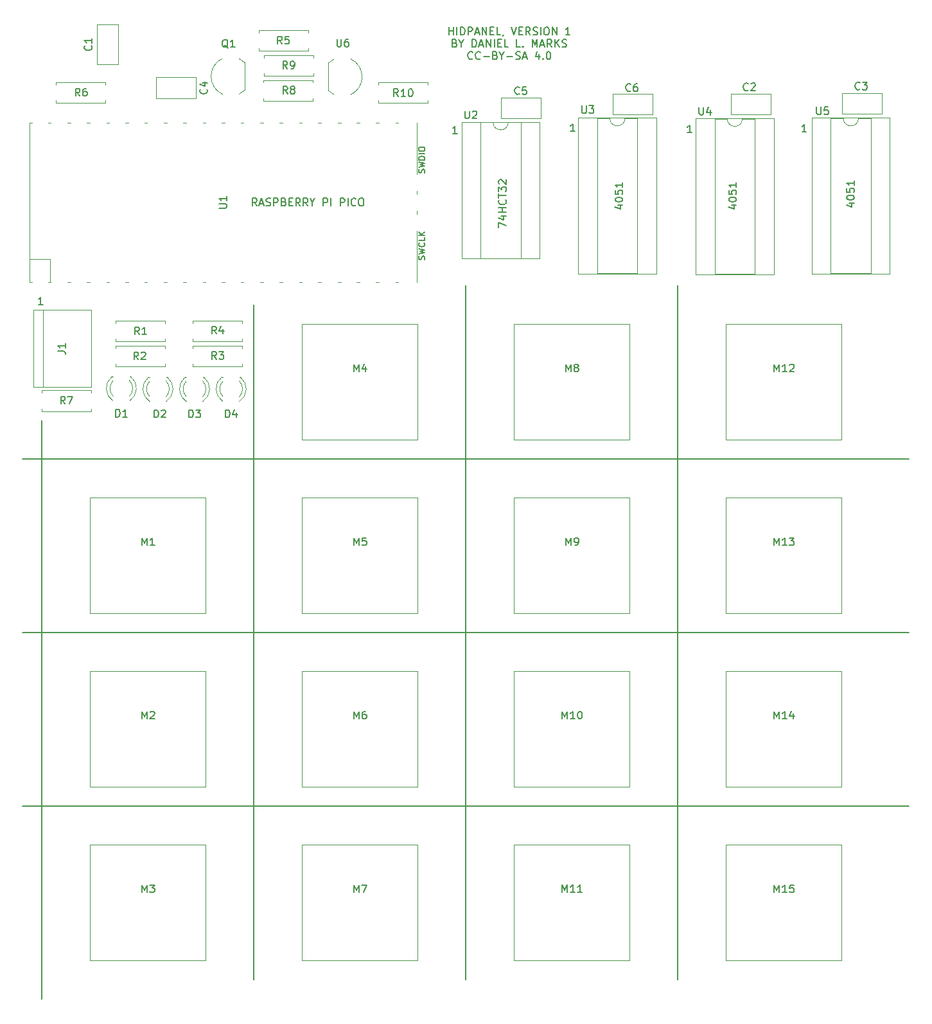
<source format=gbr>
%TF.GenerationSoftware,KiCad,Pcbnew,(6.0.11)*%
%TF.CreationDate,2023-03-10T23:38:31-06:00*%
%TF.ProjectId,HIDPanel,48494450-616e-4656-9c2e-6b696361645f,rev?*%
%TF.SameCoordinates,Original*%
%TF.FileFunction,Legend,Top*%
%TF.FilePolarity,Positive*%
%FSLAX46Y46*%
G04 Gerber Fmt 4.6, Leading zero omitted, Abs format (unit mm)*
G04 Created by KiCad (PCBNEW (6.0.11)) date 2023-03-10 23:38:31*
%MOMM*%
%LPD*%
G01*
G04 APERTURE LIST*
%ADD10C,0.150000*%
%ADD11C,0.120000*%
G04 APERTURE END LIST*
D10*
X203200000Y-121920000D02*
X86360000Y-121920000D01*
X203200000Y-76200000D02*
X86360000Y-76200000D01*
X88900000Y-147340000D02*
X88900000Y-71120000D01*
X116840000Y-144780000D02*
X116840000Y-55880000D01*
X203200000Y-99060000D02*
X86360000Y-99060000D01*
X144780000Y-144780000D02*
X144780000Y-53340000D01*
X172720000Y-144780000D02*
X172720000Y-53340000D01*
X117213904Y-42870380D02*
X116880571Y-42394190D01*
X116642476Y-42870380D02*
X116642476Y-41870380D01*
X117023428Y-41870380D01*
X117118666Y-41918000D01*
X117166285Y-41965619D01*
X117213904Y-42060857D01*
X117213904Y-42203714D01*
X117166285Y-42298952D01*
X117118666Y-42346571D01*
X117023428Y-42394190D01*
X116642476Y-42394190D01*
X117594857Y-42584666D02*
X118071047Y-42584666D01*
X117499619Y-42870380D02*
X117832952Y-41870380D01*
X118166285Y-42870380D01*
X118452000Y-42822761D02*
X118594857Y-42870380D01*
X118832952Y-42870380D01*
X118928190Y-42822761D01*
X118975809Y-42775142D01*
X119023428Y-42679904D01*
X119023428Y-42584666D01*
X118975809Y-42489428D01*
X118928190Y-42441809D01*
X118832952Y-42394190D01*
X118642476Y-42346571D01*
X118547238Y-42298952D01*
X118499619Y-42251333D01*
X118452000Y-42156095D01*
X118452000Y-42060857D01*
X118499619Y-41965619D01*
X118547238Y-41918000D01*
X118642476Y-41870380D01*
X118880571Y-41870380D01*
X119023428Y-41918000D01*
X119452000Y-42870380D02*
X119452000Y-41870380D01*
X119832952Y-41870380D01*
X119928190Y-41918000D01*
X119975809Y-41965619D01*
X120023428Y-42060857D01*
X120023428Y-42203714D01*
X119975809Y-42298952D01*
X119928190Y-42346571D01*
X119832952Y-42394190D01*
X119452000Y-42394190D01*
X120785333Y-42346571D02*
X120928190Y-42394190D01*
X120975809Y-42441809D01*
X121023428Y-42537047D01*
X121023428Y-42679904D01*
X120975809Y-42775142D01*
X120928190Y-42822761D01*
X120832952Y-42870380D01*
X120452000Y-42870380D01*
X120452000Y-41870380D01*
X120785333Y-41870380D01*
X120880571Y-41918000D01*
X120928190Y-41965619D01*
X120975809Y-42060857D01*
X120975809Y-42156095D01*
X120928190Y-42251333D01*
X120880571Y-42298952D01*
X120785333Y-42346571D01*
X120452000Y-42346571D01*
X121452000Y-42346571D02*
X121785333Y-42346571D01*
X121928190Y-42870380D02*
X121452000Y-42870380D01*
X121452000Y-41870380D01*
X121928190Y-41870380D01*
X122928190Y-42870380D02*
X122594857Y-42394190D01*
X122356761Y-42870380D02*
X122356761Y-41870380D01*
X122737714Y-41870380D01*
X122832952Y-41918000D01*
X122880571Y-41965619D01*
X122928190Y-42060857D01*
X122928190Y-42203714D01*
X122880571Y-42298952D01*
X122832952Y-42346571D01*
X122737714Y-42394190D01*
X122356761Y-42394190D01*
X123928190Y-42870380D02*
X123594857Y-42394190D01*
X123356761Y-42870380D02*
X123356761Y-41870380D01*
X123737714Y-41870380D01*
X123832952Y-41918000D01*
X123880571Y-41965619D01*
X123928190Y-42060857D01*
X123928190Y-42203714D01*
X123880571Y-42298952D01*
X123832952Y-42346571D01*
X123737714Y-42394190D01*
X123356761Y-42394190D01*
X124547238Y-42394190D02*
X124547238Y-42870380D01*
X124213904Y-41870380D02*
X124547238Y-42394190D01*
X124880571Y-41870380D01*
X125975809Y-42870380D02*
X125975809Y-41870380D01*
X126356761Y-41870380D01*
X126452000Y-41918000D01*
X126499619Y-41965619D01*
X126547238Y-42060857D01*
X126547238Y-42203714D01*
X126499619Y-42298952D01*
X126452000Y-42346571D01*
X126356761Y-42394190D01*
X125975809Y-42394190D01*
X126975809Y-42870380D02*
X126975809Y-41870380D01*
X128213904Y-42870380D02*
X128213904Y-41870380D01*
X128594857Y-41870380D01*
X128690095Y-41918000D01*
X128737714Y-41965619D01*
X128785333Y-42060857D01*
X128785333Y-42203714D01*
X128737714Y-42298952D01*
X128690095Y-42346571D01*
X128594857Y-42394190D01*
X128213904Y-42394190D01*
X129213904Y-42870380D02*
X129213904Y-41870380D01*
X130261523Y-42775142D02*
X130213904Y-42822761D01*
X130071047Y-42870380D01*
X129975809Y-42870380D01*
X129832952Y-42822761D01*
X129737714Y-42727523D01*
X129690095Y-42632285D01*
X129642476Y-42441809D01*
X129642476Y-42298952D01*
X129690095Y-42108476D01*
X129737714Y-42013238D01*
X129832952Y-41918000D01*
X129975809Y-41870380D01*
X130071047Y-41870380D01*
X130213904Y-41918000D01*
X130261523Y-41965619D01*
X130880571Y-41870380D02*
X131071047Y-41870380D01*
X131166285Y-41918000D01*
X131261523Y-42013238D01*
X131309142Y-42203714D01*
X131309142Y-42537047D01*
X131261523Y-42727523D01*
X131166285Y-42822761D01*
X131071047Y-42870380D01*
X130880571Y-42870380D01*
X130785333Y-42822761D01*
X130690095Y-42727523D01*
X130642476Y-42537047D01*
X130642476Y-42203714D01*
X130690095Y-42013238D01*
X130785333Y-41918000D01*
X130880571Y-41870380D01*
X142537619Y-20342380D02*
X142537619Y-19342380D01*
X142537619Y-19818571D02*
X143109047Y-19818571D01*
X143109047Y-20342380D02*
X143109047Y-19342380D01*
X143585238Y-20342380D02*
X143585238Y-19342380D01*
X144061428Y-20342380D02*
X144061428Y-19342380D01*
X144299523Y-19342380D01*
X144442380Y-19390000D01*
X144537619Y-19485238D01*
X144585238Y-19580476D01*
X144632857Y-19770952D01*
X144632857Y-19913809D01*
X144585238Y-20104285D01*
X144537619Y-20199523D01*
X144442380Y-20294761D01*
X144299523Y-20342380D01*
X144061428Y-20342380D01*
X145061428Y-20342380D02*
X145061428Y-19342380D01*
X145442380Y-19342380D01*
X145537619Y-19390000D01*
X145585238Y-19437619D01*
X145632857Y-19532857D01*
X145632857Y-19675714D01*
X145585238Y-19770952D01*
X145537619Y-19818571D01*
X145442380Y-19866190D01*
X145061428Y-19866190D01*
X146013809Y-20056666D02*
X146490000Y-20056666D01*
X145918571Y-20342380D02*
X146251904Y-19342380D01*
X146585238Y-20342380D01*
X146918571Y-20342380D02*
X146918571Y-19342380D01*
X147490000Y-20342380D01*
X147490000Y-19342380D01*
X147966190Y-19818571D02*
X148299523Y-19818571D01*
X148442380Y-20342380D02*
X147966190Y-20342380D01*
X147966190Y-19342380D01*
X148442380Y-19342380D01*
X149347142Y-20342380D02*
X148870952Y-20342380D01*
X148870952Y-19342380D01*
X149728095Y-20294761D02*
X149728095Y-20342380D01*
X149680476Y-20437619D01*
X149632857Y-20485238D01*
X150775714Y-19342380D02*
X151109047Y-20342380D01*
X151442380Y-19342380D01*
X151775714Y-19818571D02*
X152109047Y-19818571D01*
X152251904Y-20342380D02*
X151775714Y-20342380D01*
X151775714Y-19342380D01*
X152251904Y-19342380D01*
X153251904Y-20342380D02*
X152918571Y-19866190D01*
X152680476Y-20342380D02*
X152680476Y-19342380D01*
X153061428Y-19342380D01*
X153156666Y-19390000D01*
X153204285Y-19437619D01*
X153251904Y-19532857D01*
X153251904Y-19675714D01*
X153204285Y-19770952D01*
X153156666Y-19818571D01*
X153061428Y-19866190D01*
X152680476Y-19866190D01*
X153632857Y-20294761D02*
X153775714Y-20342380D01*
X154013809Y-20342380D01*
X154109047Y-20294761D01*
X154156666Y-20247142D01*
X154204285Y-20151904D01*
X154204285Y-20056666D01*
X154156666Y-19961428D01*
X154109047Y-19913809D01*
X154013809Y-19866190D01*
X153823333Y-19818571D01*
X153728095Y-19770952D01*
X153680476Y-19723333D01*
X153632857Y-19628095D01*
X153632857Y-19532857D01*
X153680476Y-19437619D01*
X153728095Y-19390000D01*
X153823333Y-19342380D01*
X154061428Y-19342380D01*
X154204285Y-19390000D01*
X154632857Y-20342380D02*
X154632857Y-19342380D01*
X155299523Y-19342380D02*
X155490000Y-19342380D01*
X155585238Y-19390000D01*
X155680476Y-19485238D01*
X155728095Y-19675714D01*
X155728095Y-20009047D01*
X155680476Y-20199523D01*
X155585238Y-20294761D01*
X155490000Y-20342380D01*
X155299523Y-20342380D01*
X155204285Y-20294761D01*
X155109047Y-20199523D01*
X155061428Y-20009047D01*
X155061428Y-19675714D01*
X155109047Y-19485238D01*
X155204285Y-19390000D01*
X155299523Y-19342380D01*
X156156666Y-20342380D02*
X156156666Y-19342380D01*
X156728095Y-20342380D01*
X156728095Y-19342380D01*
X158490000Y-20342380D02*
X157918571Y-20342380D01*
X158204285Y-20342380D02*
X158204285Y-19342380D01*
X158109047Y-19485238D01*
X158013809Y-19580476D01*
X157918571Y-19628095D01*
X143323333Y-21428571D02*
X143466190Y-21476190D01*
X143513809Y-21523809D01*
X143561428Y-21619047D01*
X143561428Y-21761904D01*
X143513809Y-21857142D01*
X143466190Y-21904761D01*
X143370952Y-21952380D01*
X142990000Y-21952380D01*
X142990000Y-20952380D01*
X143323333Y-20952380D01*
X143418571Y-21000000D01*
X143466190Y-21047619D01*
X143513809Y-21142857D01*
X143513809Y-21238095D01*
X143466190Y-21333333D01*
X143418571Y-21380952D01*
X143323333Y-21428571D01*
X142990000Y-21428571D01*
X144180476Y-21476190D02*
X144180476Y-21952380D01*
X143847142Y-20952380D02*
X144180476Y-21476190D01*
X144513809Y-20952380D01*
X145609047Y-21952380D02*
X145609047Y-20952380D01*
X145847142Y-20952380D01*
X145990000Y-21000000D01*
X146085238Y-21095238D01*
X146132857Y-21190476D01*
X146180476Y-21380952D01*
X146180476Y-21523809D01*
X146132857Y-21714285D01*
X146085238Y-21809523D01*
X145990000Y-21904761D01*
X145847142Y-21952380D01*
X145609047Y-21952380D01*
X146561428Y-21666666D02*
X147037619Y-21666666D01*
X146466190Y-21952380D02*
X146799523Y-20952380D01*
X147132857Y-21952380D01*
X147466190Y-21952380D02*
X147466190Y-20952380D01*
X148037619Y-21952380D01*
X148037619Y-20952380D01*
X148513809Y-21952380D02*
X148513809Y-20952380D01*
X148990000Y-21428571D02*
X149323333Y-21428571D01*
X149466190Y-21952380D02*
X148990000Y-21952380D01*
X148990000Y-20952380D01*
X149466190Y-20952380D01*
X150370952Y-21952380D02*
X149894761Y-21952380D01*
X149894761Y-20952380D01*
X151942380Y-21952380D02*
X151466190Y-21952380D01*
X151466190Y-20952380D01*
X152275714Y-21857142D02*
X152323333Y-21904761D01*
X152275714Y-21952380D01*
X152228095Y-21904761D01*
X152275714Y-21857142D01*
X152275714Y-21952380D01*
X153513809Y-21952380D02*
X153513809Y-20952380D01*
X153847142Y-21666666D01*
X154180476Y-20952380D01*
X154180476Y-21952380D01*
X154609047Y-21666666D02*
X155085238Y-21666666D01*
X154513809Y-21952380D02*
X154847142Y-20952380D01*
X155180476Y-21952380D01*
X156085238Y-21952380D02*
X155751904Y-21476190D01*
X155513809Y-21952380D02*
X155513809Y-20952380D01*
X155894761Y-20952380D01*
X155990000Y-21000000D01*
X156037619Y-21047619D01*
X156085238Y-21142857D01*
X156085238Y-21285714D01*
X156037619Y-21380952D01*
X155990000Y-21428571D01*
X155894761Y-21476190D01*
X155513809Y-21476190D01*
X156513809Y-21952380D02*
X156513809Y-20952380D01*
X157085238Y-21952380D02*
X156656666Y-21380952D01*
X157085238Y-20952380D02*
X156513809Y-21523809D01*
X157466190Y-21904761D02*
X157609047Y-21952380D01*
X157847142Y-21952380D01*
X157942380Y-21904761D01*
X157990000Y-21857142D01*
X158037619Y-21761904D01*
X158037619Y-21666666D01*
X157990000Y-21571428D01*
X157942380Y-21523809D01*
X157847142Y-21476190D01*
X157656666Y-21428571D01*
X157561428Y-21380952D01*
X157513809Y-21333333D01*
X157466190Y-21238095D01*
X157466190Y-21142857D01*
X157513809Y-21047619D01*
X157561428Y-21000000D01*
X157656666Y-20952380D01*
X157894761Y-20952380D01*
X158037619Y-21000000D01*
X145656666Y-23467142D02*
X145609047Y-23514761D01*
X145466190Y-23562380D01*
X145370952Y-23562380D01*
X145228095Y-23514761D01*
X145132857Y-23419523D01*
X145085238Y-23324285D01*
X145037619Y-23133809D01*
X145037619Y-22990952D01*
X145085238Y-22800476D01*
X145132857Y-22705238D01*
X145228095Y-22610000D01*
X145370952Y-22562380D01*
X145466190Y-22562380D01*
X145609047Y-22610000D01*
X145656666Y-22657619D01*
X146656666Y-23467142D02*
X146609047Y-23514761D01*
X146466190Y-23562380D01*
X146370952Y-23562380D01*
X146228095Y-23514761D01*
X146132857Y-23419523D01*
X146085238Y-23324285D01*
X146037619Y-23133809D01*
X146037619Y-22990952D01*
X146085238Y-22800476D01*
X146132857Y-22705238D01*
X146228095Y-22610000D01*
X146370952Y-22562380D01*
X146466190Y-22562380D01*
X146609047Y-22610000D01*
X146656666Y-22657619D01*
X147085238Y-23181428D02*
X147847142Y-23181428D01*
X148656666Y-23038571D02*
X148799523Y-23086190D01*
X148847142Y-23133809D01*
X148894761Y-23229047D01*
X148894761Y-23371904D01*
X148847142Y-23467142D01*
X148799523Y-23514761D01*
X148704285Y-23562380D01*
X148323333Y-23562380D01*
X148323333Y-22562380D01*
X148656666Y-22562380D01*
X148751904Y-22610000D01*
X148799523Y-22657619D01*
X148847142Y-22752857D01*
X148847142Y-22848095D01*
X148799523Y-22943333D01*
X148751904Y-22990952D01*
X148656666Y-23038571D01*
X148323333Y-23038571D01*
X149513809Y-23086190D02*
X149513809Y-23562380D01*
X149180476Y-22562380D02*
X149513809Y-23086190D01*
X149847142Y-22562380D01*
X150180476Y-23181428D02*
X150942380Y-23181428D01*
X151370952Y-23514761D02*
X151513809Y-23562380D01*
X151751904Y-23562380D01*
X151847142Y-23514761D01*
X151894761Y-23467142D01*
X151942380Y-23371904D01*
X151942380Y-23276666D01*
X151894761Y-23181428D01*
X151847142Y-23133809D01*
X151751904Y-23086190D01*
X151561428Y-23038571D01*
X151466190Y-22990952D01*
X151418571Y-22943333D01*
X151370952Y-22848095D01*
X151370952Y-22752857D01*
X151418571Y-22657619D01*
X151466190Y-22610000D01*
X151561428Y-22562380D01*
X151799523Y-22562380D01*
X151942380Y-22610000D01*
X152323333Y-23276666D02*
X152799523Y-23276666D01*
X152228095Y-23562380D02*
X152561428Y-22562380D01*
X152894761Y-23562380D01*
X154418571Y-22895714D02*
X154418571Y-23562380D01*
X154180476Y-22514761D02*
X153942380Y-23229047D01*
X154561428Y-23229047D01*
X154942380Y-23467142D02*
X154990000Y-23514761D01*
X154942380Y-23562380D01*
X154894761Y-23514761D01*
X154942380Y-23467142D01*
X154942380Y-23562380D01*
X155609047Y-22562380D02*
X155704285Y-22562380D01*
X155799523Y-22610000D01*
X155847142Y-22657619D01*
X155894761Y-22752857D01*
X155942380Y-22943333D01*
X155942380Y-23181428D01*
X155894761Y-23371904D01*
X155847142Y-23467142D01*
X155799523Y-23514761D01*
X155704285Y-23562380D01*
X155609047Y-23562380D01*
X155513809Y-23514761D01*
X155466190Y-23467142D01*
X155418571Y-23371904D01*
X155370952Y-23181428D01*
X155370952Y-22943333D01*
X155418571Y-22752857D01*
X155466190Y-22657619D01*
X155513809Y-22610000D01*
X155609047Y-22562380D01*
X179761714Y-42787095D02*
X180428380Y-42787095D01*
X179380761Y-43025190D02*
X180095047Y-43263285D01*
X180095047Y-42644238D01*
X179428380Y-42072809D02*
X179428380Y-41977571D01*
X179476000Y-41882333D01*
X179523619Y-41834714D01*
X179618857Y-41787095D01*
X179809333Y-41739476D01*
X180047428Y-41739476D01*
X180237904Y-41787095D01*
X180333142Y-41834714D01*
X180380761Y-41882333D01*
X180428380Y-41977571D01*
X180428380Y-42072809D01*
X180380761Y-42168047D01*
X180333142Y-42215666D01*
X180237904Y-42263285D01*
X180047428Y-42310904D01*
X179809333Y-42310904D01*
X179618857Y-42263285D01*
X179523619Y-42215666D01*
X179476000Y-42168047D01*
X179428380Y-42072809D01*
X179428380Y-40834714D02*
X179428380Y-41310904D01*
X179904571Y-41358523D01*
X179856952Y-41310904D01*
X179809333Y-41215666D01*
X179809333Y-40977571D01*
X179856952Y-40882333D01*
X179904571Y-40834714D01*
X179999809Y-40787095D01*
X180237904Y-40787095D01*
X180333142Y-40834714D01*
X180380761Y-40882333D01*
X180428380Y-40977571D01*
X180428380Y-41215666D01*
X180380761Y-41310904D01*
X180333142Y-41358523D01*
X180428380Y-39834714D02*
X180428380Y-40406142D01*
X180428380Y-40120428D02*
X179428380Y-40120428D01*
X179571238Y-40215666D01*
X179666476Y-40310904D01*
X179714095Y-40406142D01*
X143625714Y-33352380D02*
X143054285Y-33352380D01*
X143340000Y-33352380D02*
X143340000Y-32352380D01*
X143244761Y-32495238D01*
X143149523Y-32590476D01*
X143054285Y-32638095D01*
X149092380Y-45696666D02*
X149092380Y-45030000D01*
X150092380Y-45458571D01*
X149425714Y-44220476D02*
X150092380Y-44220476D01*
X149044761Y-44458571D02*
X149759047Y-44696666D01*
X149759047Y-44077619D01*
X150092380Y-43696666D02*
X149092380Y-43696666D01*
X149568571Y-43696666D02*
X149568571Y-43125238D01*
X150092380Y-43125238D02*
X149092380Y-43125238D01*
X149997142Y-42077619D02*
X150044761Y-42125238D01*
X150092380Y-42268095D01*
X150092380Y-42363333D01*
X150044761Y-42506190D01*
X149949523Y-42601428D01*
X149854285Y-42649047D01*
X149663809Y-42696666D01*
X149520952Y-42696666D01*
X149330476Y-42649047D01*
X149235238Y-42601428D01*
X149140000Y-42506190D01*
X149092380Y-42363333D01*
X149092380Y-42268095D01*
X149140000Y-42125238D01*
X149187619Y-42077619D01*
X149092380Y-41791904D02*
X149092380Y-41220476D01*
X150092380Y-41506190D02*
X149092380Y-41506190D01*
X149092380Y-40982380D02*
X149092380Y-40363333D01*
X149473333Y-40696666D01*
X149473333Y-40553809D01*
X149520952Y-40458571D01*
X149568571Y-40410952D01*
X149663809Y-40363333D01*
X149901904Y-40363333D01*
X149997142Y-40410952D01*
X150044761Y-40458571D01*
X150092380Y-40553809D01*
X150092380Y-40839523D01*
X150044761Y-40934761D01*
X149997142Y-40982380D01*
X149187619Y-39982380D02*
X149140000Y-39934761D01*
X149092380Y-39839523D01*
X149092380Y-39601428D01*
X149140000Y-39506190D01*
X149187619Y-39458571D01*
X149282857Y-39410952D01*
X149378095Y-39410952D01*
X149520952Y-39458571D01*
X150092380Y-40030000D01*
X150092380Y-39410952D01*
X88995714Y-55872380D02*
X88424285Y-55872380D01*
X88710000Y-55872380D02*
X88710000Y-54872380D01*
X88614761Y-55015238D01*
X88519523Y-55110476D01*
X88424285Y-55158095D01*
X159135714Y-33062380D02*
X158564285Y-33062380D01*
X158850000Y-33062380D02*
X158850000Y-32062380D01*
X158754761Y-32205238D01*
X158659523Y-32300476D01*
X158564285Y-32348095D01*
X195295714Y-42533095D02*
X195962380Y-42533095D01*
X194914761Y-42771190D02*
X195629047Y-43009285D01*
X195629047Y-42390238D01*
X194962380Y-41818809D02*
X194962380Y-41723571D01*
X195010000Y-41628333D01*
X195057619Y-41580714D01*
X195152857Y-41533095D01*
X195343333Y-41485476D01*
X195581428Y-41485476D01*
X195771904Y-41533095D01*
X195867142Y-41580714D01*
X195914761Y-41628333D01*
X195962380Y-41723571D01*
X195962380Y-41818809D01*
X195914761Y-41914047D01*
X195867142Y-41961666D01*
X195771904Y-42009285D01*
X195581428Y-42056904D01*
X195343333Y-42056904D01*
X195152857Y-42009285D01*
X195057619Y-41961666D01*
X195010000Y-41914047D01*
X194962380Y-41818809D01*
X194962380Y-40580714D02*
X194962380Y-41056904D01*
X195438571Y-41104523D01*
X195390952Y-41056904D01*
X195343333Y-40961666D01*
X195343333Y-40723571D01*
X195390952Y-40628333D01*
X195438571Y-40580714D01*
X195533809Y-40533095D01*
X195771904Y-40533095D01*
X195867142Y-40580714D01*
X195914761Y-40628333D01*
X195962380Y-40723571D01*
X195962380Y-40961666D01*
X195914761Y-41056904D01*
X195867142Y-41104523D01*
X195962380Y-39580714D02*
X195962380Y-40152142D01*
X195962380Y-39866428D02*
X194962380Y-39866428D01*
X195105238Y-39961666D01*
X195200476Y-40056904D01*
X195248095Y-40152142D01*
X174535714Y-33222380D02*
X173964285Y-33222380D01*
X174250000Y-33222380D02*
X174250000Y-32222380D01*
X174154761Y-32365238D01*
X174059523Y-32460476D01*
X173964285Y-32508095D01*
X189645714Y-33122380D02*
X189074285Y-33122380D01*
X189360000Y-33122380D02*
X189360000Y-32122380D01*
X189264761Y-32265238D01*
X189169523Y-32360476D01*
X189074285Y-32408095D01*
X164775714Y-42793095D02*
X165442380Y-42793095D01*
X164394761Y-43031190D02*
X165109047Y-43269285D01*
X165109047Y-42650238D01*
X164442380Y-42078809D02*
X164442380Y-41983571D01*
X164490000Y-41888333D01*
X164537619Y-41840714D01*
X164632857Y-41793095D01*
X164823333Y-41745476D01*
X165061428Y-41745476D01*
X165251904Y-41793095D01*
X165347142Y-41840714D01*
X165394761Y-41888333D01*
X165442380Y-41983571D01*
X165442380Y-42078809D01*
X165394761Y-42174047D01*
X165347142Y-42221666D01*
X165251904Y-42269285D01*
X165061428Y-42316904D01*
X164823333Y-42316904D01*
X164632857Y-42269285D01*
X164537619Y-42221666D01*
X164490000Y-42174047D01*
X164442380Y-42078809D01*
X164442380Y-40840714D02*
X164442380Y-41316904D01*
X164918571Y-41364523D01*
X164870952Y-41316904D01*
X164823333Y-41221666D01*
X164823333Y-40983571D01*
X164870952Y-40888333D01*
X164918571Y-40840714D01*
X165013809Y-40793095D01*
X165251904Y-40793095D01*
X165347142Y-40840714D01*
X165394761Y-40888333D01*
X165442380Y-40983571D01*
X165442380Y-41221666D01*
X165394761Y-41316904D01*
X165347142Y-41364523D01*
X165442380Y-39840714D02*
X165442380Y-40412142D01*
X165442380Y-40126428D02*
X164442380Y-40126428D01*
X164585238Y-40221666D01*
X164680476Y-40316904D01*
X164728095Y-40412142D01*
%TO.C,U3*%
X160058095Y-29662380D02*
X160058095Y-30471904D01*
X160105714Y-30567142D01*
X160153333Y-30614761D01*
X160248571Y-30662380D01*
X160439047Y-30662380D01*
X160534285Y-30614761D01*
X160581904Y-30567142D01*
X160629523Y-30471904D01*
X160629523Y-29662380D01*
X161010476Y-29662380D02*
X161629523Y-29662380D01*
X161296190Y-30043333D01*
X161439047Y-30043333D01*
X161534285Y-30090952D01*
X161581904Y-30138571D01*
X161629523Y-30233809D01*
X161629523Y-30471904D01*
X161581904Y-30567142D01*
X161534285Y-30614761D01*
X161439047Y-30662380D01*
X161153333Y-30662380D01*
X161058095Y-30614761D01*
X161010476Y-30567142D01*
%TO.C,R1*%
X101723333Y-59812380D02*
X101390000Y-59336190D01*
X101151904Y-59812380D02*
X101151904Y-58812380D01*
X101532857Y-58812380D01*
X101628095Y-58860000D01*
X101675714Y-58907619D01*
X101723333Y-59002857D01*
X101723333Y-59145714D01*
X101675714Y-59240952D01*
X101628095Y-59288571D01*
X101532857Y-59336190D01*
X101151904Y-59336190D01*
X102675714Y-59812380D02*
X102104285Y-59812380D01*
X102390000Y-59812380D02*
X102390000Y-58812380D01*
X102294761Y-58955238D01*
X102199523Y-59050476D01*
X102104285Y-59098095D01*
%TO.C,R6*%
X93883333Y-28402380D02*
X93550000Y-27926190D01*
X93311904Y-28402380D02*
X93311904Y-27402380D01*
X93692857Y-27402380D01*
X93788095Y-27450000D01*
X93835714Y-27497619D01*
X93883333Y-27592857D01*
X93883333Y-27735714D01*
X93835714Y-27830952D01*
X93788095Y-27878571D01*
X93692857Y-27926190D01*
X93311904Y-27926190D01*
X94740476Y-27402380D02*
X94550000Y-27402380D01*
X94454761Y-27450000D01*
X94407142Y-27497619D01*
X94311904Y-27640476D01*
X94264285Y-27830952D01*
X94264285Y-28211904D01*
X94311904Y-28307142D01*
X94359523Y-28354761D01*
X94454761Y-28402380D01*
X94645238Y-28402380D01*
X94740476Y-28354761D01*
X94788095Y-28307142D01*
X94835714Y-28211904D01*
X94835714Y-27973809D01*
X94788095Y-27878571D01*
X94740476Y-27830952D01*
X94645238Y-27783333D01*
X94454761Y-27783333D01*
X94359523Y-27830952D01*
X94311904Y-27878571D01*
X94264285Y-27973809D01*
%TO.C,U5*%
X191008095Y-29837380D02*
X191008095Y-30646904D01*
X191055714Y-30742142D01*
X191103333Y-30789761D01*
X191198571Y-30837380D01*
X191389047Y-30837380D01*
X191484285Y-30789761D01*
X191531904Y-30742142D01*
X191579523Y-30646904D01*
X191579523Y-29837380D01*
X192531904Y-29837380D02*
X192055714Y-29837380D01*
X192008095Y-30313571D01*
X192055714Y-30265952D01*
X192150952Y-30218333D01*
X192389047Y-30218333D01*
X192484285Y-30265952D01*
X192531904Y-30313571D01*
X192579523Y-30408809D01*
X192579523Y-30646904D01*
X192531904Y-30742142D01*
X192484285Y-30789761D01*
X192389047Y-30837380D01*
X192150952Y-30837380D01*
X192055714Y-30789761D01*
X192008095Y-30742142D01*
%TO.C,M2*%
X102060476Y-110442380D02*
X102060476Y-109442380D01*
X102393809Y-110156666D01*
X102727142Y-109442380D01*
X102727142Y-110442380D01*
X103155714Y-109537619D02*
X103203333Y-109490000D01*
X103298571Y-109442380D01*
X103536666Y-109442380D01*
X103631904Y-109490000D01*
X103679523Y-109537619D01*
X103727142Y-109632857D01*
X103727142Y-109728095D01*
X103679523Y-109870952D01*
X103108095Y-110442380D01*
X103727142Y-110442380D01*
%TO.C,U1*%
X112228380Y-43179904D02*
X113037904Y-43179904D01*
X113133142Y-43132285D01*
X113180761Y-43084666D01*
X113228380Y-42989428D01*
X113228380Y-42798952D01*
X113180761Y-42703714D01*
X113133142Y-42656095D01*
X113037904Y-42608476D01*
X112228380Y-42608476D01*
X113228380Y-41608476D02*
X113228380Y-42179904D01*
X113228380Y-41894190D02*
X112228380Y-41894190D01*
X112371238Y-41989428D01*
X112466476Y-42084666D01*
X112514095Y-42179904D01*
X139299809Y-49927523D02*
X139337904Y-49813238D01*
X139337904Y-49622761D01*
X139299809Y-49546571D01*
X139261714Y-49508476D01*
X139185523Y-49470380D01*
X139109333Y-49470380D01*
X139033142Y-49508476D01*
X138995047Y-49546571D01*
X138956952Y-49622761D01*
X138918857Y-49775142D01*
X138880761Y-49851333D01*
X138842666Y-49889428D01*
X138766476Y-49927523D01*
X138690285Y-49927523D01*
X138614095Y-49889428D01*
X138576000Y-49851333D01*
X138537904Y-49775142D01*
X138537904Y-49584666D01*
X138576000Y-49470380D01*
X138537904Y-49203714D02*
X139337904Y-49013238D01*
X138766476Y-48860857D01*
X139337904Y-48708476D01*
X138537904Y-48518000D01*
X139261714Y-47756095D02*
X139299809Y-47794190D01*
X139337904Y-47908476D01*
X139337904Y-47984666D01*
X139299809Y-48098952D01*
X139223619Y-48175142D01*
X139147428Y-48213238D01*
X138995047Y-48251333D01*
X138880761Y-48251333D01*
X138728380Y-48213238D01*
X138652190Y-48175142D01*
X138576000Y-48098952D01*
X138537904Y-47984666D01*
X138537904Y-47908476D01*
X138576000Y-47794190D01*
X138614095Y-47756095D01*
X139337904Y-47032285D02*
X139337904Y-47413238D01*
X138537904Y-47413238D01*
X139337904Y-46765619D02*
X138537904Y-46765619D01*
X139337904Y-46308476D02*
X138880761Y-46651333D01*
X138537904Y-46308476D02*
X138995047Y-46765619D01*
X139299809Y-38513238D02*
X139337904Y-38398952D01*
X139337904Y-38208476D01*
X139299809Y-38132285D01*
X139261714Y-38094190D01*
X139185523Y-38056095D01*
X139109333Y-38056095D01*
X139033142Y-38094190D01*
X138995047Y-38132285D01*
X138956952Y-38208476D01*
X138918857Y-38360857D01*
X138880761Y-38437047D01*
X138842666Y-38475142D01*
X138766476Y-38513238D01*
X138690285Y-38513238D01*
X138614095Y-38475142D01*
X138576000Y-38437047D01*
X138537904Y-38360857D01*
X138537904Y-38170380D01*
X138576000Y-38056095D01*
X138537904Y-37789428D02*
X139337904Y-37598952D01*
X138766476Y-37446571D01*
X139337904Y-37294190D01*
X138537904Y-37103714D01*
X139337904Y-36798952D02*
X138537904Y-36798952D01*
X138537904Y-36608476D01*
X138576000Y-36494190D01*
X138652190Y-36418000D01*
X138728380Y-36379904D01*
X138880761Y-36341809D01*
X138995047Y-36341809D01*
X139147428Y-36379904D01*
X139223619Y-36418000D01*
X139299809Y-36494190D01*
X139337904Y-36608476D01*
X139337904Y-36798952D01*
X139337904Y-35998952D02*
X138537904Y-35998952D01*
X138537904Y-35465619D02*
X138537904Y-35313238D01*
X138576000Y-35237047D01*
X138652190Y-35160857D01*
X138804571Y-35122761D01*
X139071238Y-35122761D01*
X139223619Y-35160857D01*
X139299809Y-35237047D01*
X139337904Y-35313238D01*
X139337904Y-35465619D01*
X139299809Y-35541809D01*
X139223619Y-35618000D01*
X139071238Y-35656095D01*
X138804571Y-35656095D01*
X138652190Y-35618000D01*
X138576000Y-35541809D01*
X138537904Y-35465619D01*
%TO.C,M12*%
X185404285Y-64722380D02*
X185404285Y-63722380D01*
X185737619Y-64436666D01*
X186070952Y-63722380D01*
X186070952Y-64722380D01*
X187070952Y-64722380D02*
X186499523Y-64722380D01*
X186785238Y-64722380D02*
X186785238Y-63722380D01*
X186690000Y-63865238D01*
X186594761Y-63960476D01*
X186499523Y-64008095D01*
X187451904Y-63817619D02*
X187499523Y-63770000D01*
X187594761Y-63722380D01*
X187832857Y-63722380D01*
X187928095Y-63770000D01*
X187975714Y-63817619D01*
X188023333Y-63912857D01*
X188023333Y-64008095D01*
X187975714Y-64150952D01*
X187404285Y-64722380D01*
X188023333Y-64722380D01*
%TO.C,C6*%
X166483333Y-27692142D02*
X166435714Y-27739761D01*
X166292857Y-27787380D01*
X166197619Y-27787380D01*
X166054761Y-27739761D01*
X165959523Y-27644523D01*
X165911904Y-27549285D01*
X165864285Y-27358809D01*
X165864285Y-27215952D01*
X165911904Y-27025476D01*
X165959523Y-26930238D01*
X166054761Y-26835000D01*
X166197619Y-26787380D01*
X166292857Y-26787380D01*
X166435714Y-26835000D01*
X166483333Y-26882619D01*
X167340476Y-26787380D02*
X167150000Y-26787380D01*
X167054761Y-26835000D01*
X167007142Y-26882619D01*
X166911904Y-27025476D01*
X166864285Y-27215952D01*
X166864285Y-27596904D01*
X166911904Y-27692142D01*
X166959523Y-27739761D01*
X167054761Y-27787380D01*
X167245238Y-27787380D01*
X167340476Y-27739761D01*
X167388095Y-27692142D01*
X167435714Y-27596904D01*
X167435714Y-27358809D01*
X167388095Y-27263571D01*
X167340476Y-27215952D01*
X167245238Y-27168333D01*
X167054761Y-27168333D01*
X166959523Y-27215952D01*
X166911904Y-27263571D01*
X166864285Y-27358809D01*
%TO.C,M10*%
X157464285Y-110442380D02*
X157464285Y-109442380D01*
X157797619Y-110156666D01*
X158130952Y-109442380D01*
X158130952Y-110442380D01*
X159130952Y-110442380D02*
X158559523Y-110442380D01*
X158845238Y-110442380D02*
X158845238Y-109442380D01*
X158750000Y-109585238D01*
X158654761Y-109680476D01*
X158559523Y-109728095D01*
X159750000Y-109442380D02*
X159845238Y-109442380D01*
X159940476Y-109490000D01*
X159988095Y-109537619D01*
X160035714Y-109632857D01*
X160083333Y-109823333D01*
X160083333Y-110061428D01*
X160035714Y-110251904D01*
X159988095Y-110347142D01*
X159940476Y-110394761D01*
X159845238Y-110442380D01*
X159750000Y-110442380D01*
X159654761Y-110394761D01*
X159607142Y-110347142D01*
X159559523Y-110251904D01*
X159511904Y-110061428D01*
X159511904Y-109823333D01*
X159559523Y-109632857D01*
X159607142Y-109537619D01*
X159654761Y-109490000D01*
X159750000Y-109442380D01*
%TO.C,R7*%
X91943333Y-68962380D02*
X91610000Y-68486190D01*
X91371904Y-68962380D02*
X91371904Y-67962380D01*
X91752857Y-67962380D01*
X91848095Y-68010000D01*
X91895714Y-68057619D01*
X91943333Y-68152857D01*
X91943333Y-68295714D01*
X91895714Y-68390952D01*
X91848095Y-68438571D01*
X91752857Y-68486190D01*
X91371904Y-68486190D01*
X92276666Y-67962380D02*
X92943333Y-67962380D01*
X92514761Y-68962380D01*
%TO.C,R4*%
X111883333Y-59732380D02*
X111550000Y-59256190D01*
X111311904Y-59732380D02*
X111311904Y-58732380D01*
X111692857Y-58732380D01*
X111788095Y-58780000D01*
X111835714Y-58827619D01*
X111883333Y-58922857D01*
X111883333Y-59065714D01*
X111835714Y-59160952D01*
X111788095Y-59208571D01*
X111692857Y-59256190D01*
X111311904Y-59256190D01*
X112740476Y-59065714D02*
X112740476Y-59732380D01*
X112502380Y-58684761D02*
X112264285Y-59399047D01*
X112883333Y-59399047D01*
%TO.C,D4*%
X113089904Y-70734380D02*
X113089904Y-69734380D01*
X113328000Y-69734380D01*
X113470857Y-69782000D01*
X113566095Y-69877238D01*
X113613714Y-69972476D01*
X113661333Y-70162952D01*
X113661333Y-70305809D01*
X113613714Y-70496285D01*
X113566095Y-70591523D01*
X113470857Y-70686761D01*
X113328000Y-70734380D01*
X113089904Y-70734380D01*
X114518476Y-70067714D02*
X114518476Y-70734380D01*
X114280380Y-69686761D02*
X114042285Y-70401047D01*
X114661333Y-70401047D01*
%TO.C,D2*%
X103672904Y-70734380D02*
X103672904Y-69734380D01*
X103911000Y-69734380D01*
X104053857Y-69782000D01*
X104149095Y-69877238D01*
X104196714Y-69972476D01*
X104244333Y-70162952D01*
X104244333Y-70305809D01*
X104196714Y-70496285D01*
X104149095Y-70591523D01*
X104053857Y-70686761D01*
X103911000Y-70734380D01*
X103672904Y-70734380D01*
X104625285Y-69829619D02*
X104672904Y-69782000D01*
X104768142Y-69734380D01*
X105006238Y-69734380D01*
X105101476Y-69782000D01*
X105149095Y-69829619D01*
X105196714Y-69924857D01*
X105196714Y-70020095D01*
X105149095Y-70162952D01*
X104577666Y-70734380D01*
X105196714Y-70734380D01*
%TO.C,M7*%
X130000476Y-133302380D02*
X130000476Y-132302380D01*
X130333809Y-133016666D01*
X130667142Y-132302380D01*
X130667142Y-133302380D01*
X131048095Y-132302380D02*
X131714761Y-132302380D01*
X131286190Y-133302380D01*
%TO.C,C2*%
X181963333Y-27612142D02*
X181915714Y-27659761D01*
X181772857Y-27707380D01*
X181677619Y-27707380D01*
X181534761Y-27659761D01*
X181439523Y-27564523D01*
X181391904Y-27469285D01*
X181344285Y-27278809D01*
X181344285Y-27135952D01*
X181391904Y-26945476D01*
X181439523Y-26850238D01*
X181534761Y-26755000D01*
X181677619Y-26707380D01*
X181772857Y-26707380D01*
X181915714Y-26755000D01*
X181963333Y-26802619D01*
X182344285Y-26802619D02*
X182391904Y-26755000D01*
X182487142Y-26707380D01*
X182725238Y-26707380D01*
X182820476Y-26755000D01*
X182868095Y-26802619D01*
X182915714Y-26897857D01*
X182915714Y-26993095D01*
X182868095Y-27135952D01*
X182296666Y-27707380D01*
X182915714Y-27707380D01*
%TO.C,D3*%
X108263904Y-70744380D02*
X108263904Y-69744380D01*
X108502000Y-69744380D01*
X108644857Y-69792000D01*
X108740095Y-69887238D01*
X108787714Y-69982476D01*
X108835333Y-70172952D01*
X108835333Y-70315809D01*
X108787714Y-70506285D01*
X108740095Y-70601523D01*
X108644857Y-70696761D01*
X108502000Y-70744380D01*
X108263904Y-70744380D01*
X109168666Y-69744380D02*
X109787714Y-69744380D01*
X109454380Y-70125333D01*
X109597238Y-70125333D01*
X109692476Y-70172952D01*
X109740095Y-70220571D01*
X109787714Y-70315809D01*
X109787714Y-70553904D01*
X109740095Y-70649142D01*
X109692476Y-70696761D01*
X109597238Y-70744380D01*
X109311523Y-70744380D01*
X109216285Y-70696761D01*
X109168666Y-70649142D01*
%TO.C,D1*%
X98611904Y-70664380D02*
X98611904Y-69664380D01*
X98850000Y-69664380D01*
X98992857Y-69712000D01*
X99088095Y-69807238D01*
X99135714Y-69902476D01*
X99183333Y-70092952D01*
X99183333Y-70235809D01*
X99135714Y-70426285D01*
X99088095Y-70521523D01*
X98992857Y-70616761D01*
X98850000Y-70664380D01*
X98611904Y-70664380D01*
X100135714Y-70664380D02*
X99564285Y-70664380D01*
X99850000Y-70664380D02*
X99850000Y-69664380D01*
X99754761Y-69807238D01*
X99659523Y-69902476D01*
X99564285Y-69950095D01*
%TO.C,R8*%
X121253333Y-28122380D02*
X120920000Y-27646190D01*
X120681904Y-28122380D02*
X120681904Y-27122380D01*
X121062857Y-27122380D01*
X121158095Y-27170000D01*
X121205714Y-27217619D01*
X121253333Y-27312857D01*
X121253333Y-27455714D01*
X121205714Y-27550952D01*
X121158095Y-27598571D01*
X121062857Y-27646190D01*
X120681904Y-27646190D01*
X121824761Y-27550952D02*
X121729523Y-27503333D01*
X121681904Y-27455714D01*
X121634285Y-27360476D01*
X121634285Y-27312857D01*
X121681904Y-27217619D01*
X121729523Y-27170000D01*
X121824761Y-27122380D01*
X122015238Y-27122380D01*
X122110476Y-27170000D01*
X122158095Y-27217619D01*
X122205714Y-27312857D01*
X122205714Y-27360476D01*
X122158095Y-27455714D01*
X122110476Y-27503333D01*
X122015238Y-27550952D01*
X121824761Y-27550952D01*
X121729523Y-27598571D01*
X121681904Y-27646190D01*
X121634285Y-27741428D01*
X121634285Y-27931904D01*
X121681904Y-28027142D01*
X121729523Y-28074761D01*
X121824761Y-28122380D01*
X122015238Y-28122380D01*
X122110476Y-28074761D01*
X122158095Y-28027142D01*
X122205714Y-27931904D01*
X122205714Y-27741428D01*
X122158095Y-27646190D01*
X122110476Y-27598571D01*
X122015238Y-27550952D01*
%TO.C,M4*%
X130000476Y-64722380D02*
X130000476Y-63722380D01*
X130333809Y-64436666D01*
X130667142Y-63722380D01*
X130667142Y-64722380D01*
X131571904Y-64055714D02*
X131571904Y-64722380D01*
X131333809Y-63674761D02*
X131095714Y-64389047D01*
X131714761Y-64389047D01*
%TO.C,M15*%
X185404285Y-133302380D02*
X185404285Y-132302380D01*
X185737619Y-133016666D01*
X186070952Y-132302380D01*
X186070952Y-133302380D01*
X187070952Y-133302380D02*
X186499523Y-133302380D01*
X186785238Y-133302380D02*
X186785238Y-132302380D01*
X186690000Y-132445238D01*
X186594761Y-132540476D01*
X186499523Y-132588095D01*
X187975714Y-132302380D02*
X187499523Y-132302380D01*
X187451904Y-132778571D01*
X187499523Y-132730952D01*
X187594761Y-132683333D01*
X187832857Y-132683333D01*
X187928095Y-132730952D01*
X187975714Y-132778571D01*
X188023333Y-132873809D01*
X188023333Y-133111904D01*
X187975714Y-133207142D01*
X187928095Y-133254761D01*
X187832857Y-133302380D01*
X187594761Y-133302380D01*
X187499523Y-133254761D01*
X187451904Y-133207142D01*
%TO.C,R2*%
X101593333Y-63114380D02*
X101260000Y-62638190D01*
X101021904Y-63114380D02*
X101021904Y-62114380D01*
X101402857Y-62114380D01*
X101498095Y-62162000D01*
X101545714Y-62209619D01*
X101593333Y-62304857D01*
X101593333Y-62447714D01*
X101545714Y-62542952D01*
X101498095Y-62590571D01*
X101402857Y-62638190D01*
X101021904Y-62638190D01*
X101974285Y-62209619D02*
X102021904Y-62162000D01*
X102117142Y-62114380D01*
X102355238Y-62114380D01*
X102450476Y-62162000D01*
X102498095Y-62209619D01*
X102545714Y-62304857D01*
X102545714Y-62400095D01*
X102498095Y-62542952D01*
X101926666Y-63114380D01*
X102545714Y-63114380D01*
%TO.C,M8*%
X157940476Y-64722380D02*
X157940476Y-63722380D01*
X158273809Y-64436666D01*
X158607142Y-63722380D01*
X158607142Y-64722380D01*
X159226190Y-64150952D02*
X159130952Y-64103333D01*
X159083333Y-64055714D01*
X159035714Y-63960476D01*
X159035714Y-63912857D01*
X159083333Y-63817619D01*
X159130952Y-63770000D01*
X159226190Y-63722380D01*
X159416666Y-63722380D01*
X159511904Y-63770000D01*
X159559523Y-63817619D01*
X159607142Y-63912857D01*
X159607142Y-63960476D01*
X159559523Y-64055714D01*
X159511904Y-64103333D01*
X159416666Y-64150952D01*
X159226190Y-64150952D01*
X159130952Y-64198571D01*
X159083333Y-64246190D01*
X159035714Y-64341428D01*
X159035714Y-64531904D01*
X159083333Y-64627142D01*
X159130952Y-64674761D01*
X159226190Y-64722380D01*
X159416666Y-64722380D01*
X159511904Y-64674761D01*
X159559523Y-64627142D01*
X159607142Y-64531904D01*
X159607142Y-64341428D01*
X159559523Y-64246190D01*
X159511904Y-64198571D01*
X159416666Y-64150952D01*
%TO.C,C4*%
X110615142Y-27500666D02*
X110662761Y-27548285D01*
X110710380Y-27691142D01*
X110710380Y-27786380D01*
X110662761Y-27929238D01*
X110567523Y-28024476D01*
X110472285Y-28072095D01*
X110281809Y-28119714D01*
X110138952Y-28119714D01*
X109948476Y-28072095D01*
X109853238Y-28024476D01*
X109758000Y-27929238D01*
X109710380Y-27786380D01*
X109710380Y-27691142D01*
X109758000Y-27548285D01*
X109805619Y-27500666D01*
X110043714Y-26643523D02*
X110710380Y-26643523D01*
X109662761Y-26881619D02*
X110377047Y-27119714D01*
X110377047Y-26500666D01*
%TO.C,M6*%
X130000476Y-110442380D02*
X130000476Y-109442380D01*
X130333809Y-110156666D01*
X130667142Y-109442380D01*
X130667142Y-110442380D01*
X131571904Y-109442380D02*
X131381428Y-109442380D01*
X131286190Y-109490000D01*
X131238571Y-109537619D01*
X131143333Y-109680476D01*
X131095714Y-109870952D01*
X131095714Y-110251904D01*
X131143333Y-110347142D01*
X131190952Y-110394761D01*
X131286190Y-110442380D01*
X131476666Y-110442380D01*
X131571904Y-110394761D01*
X131619523Y-110347142D01*
X131667142Y-110251904D01*
X131667142Y-110013809D01*
X131619523Y-109918571D01*
X131571904Y-109870952D01*
X131476666Y-109823333D01*
X131286190Y-109823333D01*
X131190952Y-109870952D01*
X131143333Y-109918571D01*
X131095714Y-110013809D01*
%TO.C,C3*%
X196703333Y-27472142D02*
X196655714Y-27519761D01*
X196512857Y-27567380D01*
X196417619Y-27567380D01*
X196274761Y-27519761D01*
X196179523Y-27424523D01*
X196131904Y-27329285D01*
X196084285Y-27138809D01*
X196084285Y-26995952D01*
X196131904Y-26805476D01*
X196179523Y-26710238D01*
X196274761Y-26615000D01*
X196417619Y-26567380D01*
X196512857Y-26567380D01*
X196655714Y-26615000D01*
X196703333Y-26662619D01*
X197036666Y-26567380D02*
X197655714Y-26567380D01*
X197322380Y-26948333D01*
X197465238Y-26948333D01*
X197560476Y-26995952D01*
X197608095Y-27043571D01*
X197655714Y-27138809D01*
X197655714Y-27376904D01*
X197608095Y-27472142D01*
X197560476Y-27519761D01*
X197465238Y-27567380D01*
X197179523Y-27567380D01*
X197084285Y-27519761D01*
X197036666Y-27472142D01*
%TO.C,M11*%
X157464285Y-133296380D02*
X157464285Y-132296380D01*
X157797619Y-133010666D01*
X158130952Y-132296380D01*
X158130952Y-133296380D01*
X159130952Y-133296380D02*
X158559523Y-133296380D01*
X158845238Y-133296380D02*
X158845238Y-132296380D01*
X158750000Y-132439238D01*
X158654761Y-132534476D01*
X158559523Y-132582095D01*
X160083333Y-133296380D02*
X159511904Y-133296380D01*
X159797619Y-133296380D02*
X159797619Y-132296380D01*
X159702380Y-132439238D01*
X159607142Y-132534476D01*
X159511904Y-132582095D01*
%TO.C,R5*%
X120537333Y-21548380D02*
X120204000Y-21072190D01*
X119965904Y-21548380D02*
X119965904Y-20548380D01*
X120346857Y-20548380D01*
X120442095Y-20596000D01*
X120489714Y-20643619D01*
X120537333Y-20738857D01*
X120537333Y-20881714D01*
X120489714Y-20976952D01*
X120442095Y-21024571D01*
X120346857Y-21072190D01*
X119965904Y-21072190D01*
X121442095Y-20548380D02*
X120965904Y-20548380D01*
X120918285Y-21024571D01*
X120965904Y-20976952D01*
X121061142Y-20929333D01*
X121299238Y-20929333D01*
X121394476Y-20976952D01*
X121442095Y-21024571D01*
X121489714Y-21119809D01*
X121489714Y-21357904D01*
X121442095Y-21453142D01*
X121394476Y-21500761D01*
X121299238Y-21548380D01*
X121061142Y-21548380D01*
X120965904Y-21500761D01*
X120918285Y-21453142D01*
%TO.C,C1*%
X95393142Y-21776666D02*
X95440761Y-21824285D01*
X95488380Y-21967142D01*
X95488380Y-22062380D01*
X95440761Y-22205238D01*
X95345523Y-22300476D01*
X95250285Y-22348095D01*
X95059809Y-22395714D01*
X94916952Y-22395714D01*
X94726476Y-22348095D01*
X94631238Y-22300476D01*
X94536000Y-22205238D01*
X94488380Y-22062380D01*
X94488380Y-21967142D01*
X94536000Y-21824285D01*
X94583619Y-21776666D01*
X95488380Y-20824285D02*
X95488380Y-21395714D01*
X95488380Y-21110000D02*
X94488380Y-21110000D01*
X94631238Y-21205238D01*
X94726476Y-21300476D01*
X94774095Y-21395714D01*
%TO.C,R10*%
X135857142Y-28462380D02*
X135523809Y-27986190D01*
X135285714Y-28462380D02*
X135285714Y-27462380D01*
X135666666Y-27462380D01*
X135761904Y-27510000D01*
X135809523Y-27557619D01*
X135857142Y-27652857D01*
X135857142Y-27795714D01*
X135809523Y-27890952D01*
X135761904Y-27938571D01*
X135666666Y-27986190D01*
X135285714Y-27986190D01*
X136809523Y-28462380D02*
X136238095Y-28462380D01*
X136523809Y-28462380D02*
X136523809Y-27462380D01*
X136428571Y-27605238D01*
X136333333Y-27700476D01*
X136238095Y-27748095D01*
X137428571Y-27462380D02*
X137523809Y-27462380D01*
X137619047Y-27510000D01*
X137666666Y-27557619D01*
X137714285Y-27652857D01*
X137761904Y-27843333D01*
X137761904Y-28081428D01*
X137714285Y-28271904D01*
X137666666Y-28367142D01*
X137619047Y-28414761D01*
X137523809Y-28462380D01*
X137428571Y-28462380D01*
X137333333Y-28414761D01*
X137285714Y-28367142D01*
X137238095Y-28271904D01*
X137190476Y-28081428D01*
X137190476Y-27843333D01*
X137238095Y-27652857D01*
X137285714Y-27557619D01*
X137333333Y-27510000D01*
X137428571Y-27462380D01*
%TO.C,U6*%
X127768095Y-20902380D02*
X127768095Y-21711904D01*
X127815714Y-21807142D01*
X127863333Y-21854761D01*
X127958571Y-21902380D01*
X128149047Y-21902380D01*
X128244285Y-21854761D01*
X128291904Y-21807142D01*
X128339523Y-21711904D01*
X128339523Y-20902380D01*
X129244285Y-20902380D02*
X129053809Y-20902380D01*
X128958571Y-20950000D01*
X128910952Y-20997619D01*
X128815714Y-21140476D01*
X128768095Y-21330952D01*
X128768095Y-21711904D01*
X128815714Y-21807142D01*
X128863333Y-21854761D01*
X128958571Y-21902380D01*
X129149047Y-21902380D01*
X129244285Y-21854761D01*
X129291904Y-21807142D01*
X129339523Y-21711904D01*
X129339523Y-21473809D01*
X129291904Y-21378571D01*
X129244285Y-21330952D01*
X129149047Y-21283333D01*
X128958571Y-21283333D01*
X128863333Y-21330952D01*
X128815714Y-21378571D01*
X128768095Y-21473809D01*
%TO.C,M3*%
X102060476Y-133302380D02*
X102060476Y-132302380D01*
X102393809Y-133016666D01*
X102727142Y-132302380D01*
X102727142Y-133302380D01*
X103108095Y-132302380D02*
X103727142Y-132302380D01*
X103393809Y-132683333D01*
X103536666Y-132683333D01*
X103631904Y-132730952D01*
X103679523Y-132778571D01*
X103727142Y-132873809D01*
X103727142Y-133111904D01*
X103679523Y-133207142D01*
X103631904Y-133254761D01*
X103536666Y-133302380D01*
X103250952Y-133302380D01*
X103155714Y-133254761D01*
X103108095Y-133207142D01*
%TO.C,C5*%
X151833333Y-28107142D02*
X151785714Y-28154761D01*
X151642857Y-28202380D01*
X151547619Y-28202380D01*
X151404761Y-28154761D01*
X151309523Y-28059523D01*
X151261904Y-27964285D01*
X151214285Y-27773809D01*
X151214285Y-27630952D01*
X151261904Y-27440476D01*
X151309523Y-27345238D01*
X151404761Y-27250000D01*
X151547619Y-27202380D01*
X151642857Y-27202380D01*
X151785714Y-27250000D01*
X151833333Y-27297619D01*
X152738095Y-27202380D02*
X152261904Y-27202380D01*
X152214285Y-27678571D01*
X152261904Y-27630952D01*
X152357142Y-27583333D01*
X152595238Y-27583333D01*
X152690476Y-27630952D01*
X152738095Y-27678571D01*
X152785714Y-27773809D01*
X152785714Y-28011904D01*
X152738095Y-28107142D01*
X152690476Y-28154761D01*
X152595238Y-28202380D01*
X152357142Y-28202380D01*
X152261904Y-28154761D01*
X152214285Y-28107142D01*
%TO.C,R9*%
X121233333Y-24822380D02*
X120900000Y-24346190D01*
X120661904Y-24822380D02*
X120661904Y-23822380D01*
X121042857Y-23822380D01*
X121138095Y-23870000D01*
X121185714Y-23917619D01*
X121233333Y-24012857D01*
X121233333Y-24155714D01*
X121185714Y-24250952D01*
X121138095Y-24298571D01*
X121042857Y-24346190D01*
X120661904Y-24346190D01*
X121709523Y-24822380D02*
X121900000Y-24822380D01*
X121995238Y-24774761D01*
X122042857Y-24727142D01*
X122138095Y-24584285D01*
X122185714Y-24393809D01*
X122185714Y-24012857D01*
X122138095Y-23917619D01*
X122090476Y-23870000D01*
X121995238Y-23822380D01*
X121804761Y-23822380D01*
X121709523Y-23870000D01*
X121661904Y-23917619D01*
X121614285Y-24012857D01*
X121614285Y-24250952D01*
X121661904Y-24346190D01*
X121709523Y-24393809D01*
X121804761Y-24441428D01*
X121995238Y-24441428D01*
X122090476Y-24393809D01*
X122138095Y-24346190D01*
X122185714Y-24250952D01*
%TO.C,R3*%
X111893333Y-63084380D02*
X111560000Y-62608190D01*
X111321904Y-63084380D02*
X111321904Y-62084380D01*
X111702857Y-62084380D01*
X111798095Y-62132000D01*
X111845714Y-62179619D01*
X111893333Y-62274857D01*
X111893333Y-62417714D01*
X111845714Y-62512952D01*
X111798095Y-62560571D01*
X111702857Y-62608190D01*
X111321904Y-62608190D01*
X112226666Y-62084380D02*
X112845714Y-62084380D01*
X112512380Y-62465333D01*
X112655238Y-62465333D01*
X112750476Y-62512952D01*
X112798095Y-62560571D01*
X112845714Y-62655809D01*
X112845714Y-62893904D01*
X112798095Y-62989142D01*
X112750476Y-63036761D01*
X112655238Y-63084380D01*
X112369523Y-63084380D01*
X112274285Y-63036761D01*
X112226666Y-62989142D01*
%TO.C,M9*%
X157940476Y-87582380D02*
X157940476Y-86582380D01*
X158273809Y-87296666D01*
X158607142Y-86582380D01*
X158607142Y-87582380D01*
X159130952Y-87582380D02*
X159321428Y-87582380D01*
X159416666Y-87534761D01*
X159464285Y-87487142D01*
X159559523Y-87344285D01*
X159607142Y-87153809D01*
X159607142Y-86772857D01*
X159559523Y-86677619D01*
X159511904Y-86630000D01*
X159416666Y-86582380D01*
X159226190Y-86582380D01*
X159130952Y-86630000D01*
X159083333Y-86677619D01*
X159035714Y-86772857D01*
X159035714Y-87010952D01*
X159083333Y-87106190D01*
X159130952Y-87153809D01*
X159226190Y-87201428D01*
X159416666Y-87201428D01*
X159511904Y-87153809D01*
X159559523Y-87106190D01*
X159607142Y-87010952D01*
%TO.C,M1*%
X102060476Y-87582380D02*
X102060476Y-86582380D01*
X102393809Y-87296666D01*
X102727142Y-86582380D01*
X102727142Y-87582380D01*
X103727142Y-87582380D02*
X103155714Y-87582380D01*
X103441428Y-87582380D02*
X103441428Y-86582380D01*
X103346190Y-86725238D01*
X103250952Y-86820476D01*
X103155714Y-86868095D01*
%TO.C,Q1*%
X113404761Y-22067619D02*
X113309523Y-22020000D01*
X113214285Y-21924761D01*
X113071428Y-21781904D01*
X112976190Y-21734285D01*
X112880952Y-21734285D01*
X112928571Y-21972380D02*
X112833333Y-21924761D01*
X112738095Y-21829523D01*
X112690476Y-21639047D01*
X112690476Y-21305714D01*
X112738095Y-21115238D01*
X112833333Y-21020000D01*
X112928571Y-20972380D01*
X113119047Y-20972380D01*
X113214285Y-21020000D01*
X113309523Y-21115238D01*
X113357142Y-21305714D01*
X113357142Y-21639047D01*
X113309523Y-21829523D01*
X113214285Y-21924761D01*
X113119047Y-21972380D01*
X112928571Y-21972380D01*
X114309523Y-21972380D02*
X113738095Y-21972380D01*
X114023809Y-21972380D02*
X114023809Y-20972380D01*
X113928571Y-21115238D01*
X113833333Y-21210476D01*
X113738095Y-21258095D01*
%TO.C,J1*%
X90962380Y-61983333D02*
X91676666Y-61983333D01*
X91819523Y-62030952D01*
X91914761Y-62126190D01*
X91962380Y-62269047D01*
X91962380Y-62364285D01*
X91962380Y-60983333D02*
X91962380Y-61554761D01*
X91962380Y-61269047D02*
X90962380Y-61269047D01*
X91105238Y-61364285D01*
X91200476Y-61459523D01*
X91248095Y-61554761D01*
%TO.C,U2*%
X144638095Y-30372380D02*
X144638095Y-31181904D01*
X144685714Y-31277142D01*
X144733333Y-31324761D01*
X144828571Y-31372380D01*
X145019047Y-31372380D01*
X145114285Y-31324761D01*
X145161904Y-31277142D01*
X145209523Y-31181904D01*
X145209523Y-30372380D01*
X145638095Y-30467619D02*
X145685714Y-30420000D01*
X145780952Y-30372380D01*
X146019047Y-30372380D01*
X146114285Y-30420000D01*
X146161904Y-30467619D01*
X146209523Y-30562857D01*
X146209523Y-30658095D01*
X146161904Y-30800952D01*
X145590476Y-31372380D01*
X146209523Y-31372380D01*
%TO.C,M14*%
X185404285Y-110442380D02*
X185404285Y-109442380D01*
X185737619Y-110156666D01*
X186070952Y-109442380D01*
X186070952Y-110442380D01*
X187070952Y-110442380D02*
X186499523Y-110442380D01*
X186785238Y-110442380D02*
X186785238Y-109442380D01*
X186690000Y-109585238D01*
X186594761Y-109680476D01*
X186499523Y-109728095D01*
X187928095Y-109775714D02*
X187928095Y-110442380D01*
X187690000Y-109394761D02*
X187451904Y-110109047D01*
X188070952Y-110109047D01*
%TO.C,U4*%
X175514095Y-29867380D02*
X175514095Y-30676904D01*
X175561714Y-30772142D01*
X175609333Y-30819761D01*
X175704571Y-30867380D01*
X175895047Y-30867380D01*
X175990285Y-30819761D01*
X176037904Y-30772142D01*
X176085523Y-30676904D01*
X176085523Y-29867380D01*
X176990285Y-30200714D02*
X176990285Y-30867380D01*
X176752190Y-29819761D02*
X176514095Y-30534047D01*
X177133142Y-30534047D01*
%TO.C,M13*%
X185404285Y-87582380D02*
X185404285Y-86582380D01*
X185737619Y-87296666D01*
X186070952Y-86582380D01*
X186070952Y-87582380D01*
X187070952Y-87582380D02*
X186499523Y-87582380D01*
X186785238Y-87582380D02*
X186785238Y-86582380D01*
X186690000Y-86725238D01*
X186594761Y-86820476D01*
X186499523Y-86868095D01*
X187404285Y-86582380D02*
X188023333Y-86582380D01*
X187690000Y-86963333D01*
X187832857Y-86963333D01*
X187928095Y-87010952D01*
X187975714Y-87058571D01*
X188023333Y-87153809D01*
X188023333Y-87391904D01*
X187975714Y-87487142D01*
X187928095Y-87534761D01*
X187832857Y-87582380D01*
X187547142Y-87582380D01*
X187451904Y-87534761D01*
X187404285Y-87487142D01*
%TO.C,M5*%
X130000476Y-87582380D02*
X130000476Y-86582380D01*
X130333809Y-87296666D01*
X130667142Y-86582380D01*
X130667142Y-87582380D01*
X131619523Y-86582380D02*
X131143333Y-86582380D01*
X131095714Y-87058571D01*
X131143333Y-87010952D01*
X131238571Y-86963333D01*
X131476666Y-86963333D01*
X131571904Y-87010952D01*
X131619523Y-87058571D01*
X131667142Y-87153809D01*
X131667142Y-87391904D01*
X131619523Y-87487142D01*
X131571904Y-87534761D01*
X131476666Y-87582380D01*
X131238571Y-87582380D01*
X131143333Y-87534761D01*
X131095714Y-87487142D01*
D11*
%TO.C,U3*%
X167390000Y-31325000D02*
X165740000Y-31325000D01*
X159600000Y-51825000D02*
X169880000Y-51825000D01*
X169880000Y-31265000D02*
X159600000Y-31265000D01*
X162090000Y-51765000D02*
X167390000Y-51765000D01*
X163740000Y-31325000D02*
X162090000Y-31325000D01*
X159600000Y-31265000D02*
X159600000Y-51825000D01*
X162090000Y-31325000D02*
X162090000Y-51765000D01*
X167390000Y-51765000D02*
X167390000Y-31325000D01*
X169880000Y-51825000D02*
X169880000Y-31265000D01*
X163740000Y-31325000D02*
G75*
G03*
X165740000Y-31325000I1000000J0D01*
G01*
%TO.C,R1*%
X98620000Y-60730000D02*
X98620000Y-60400000D01*
X105160000Y-60400000D02*
X105160000Y-60730000D01*
X98620000Y-57990000D02*
X98620000Y-58320000D01*
X105160000Y-57990000D02*
X98620000Y-57990000D01*
X105160000Y-60730000D02*
X98620000Y-60730000D01*
X105160000Y-58320000D02*
X105160000Y-57990000D01*
%TO.C,R6*%
X90710000Y-26900000D02*
X90710000Y-26570000D01*
X97250000Y-26570000D02*
X97250000Y-26900000D01*
X90710000Y-29310000D02*
X97250000Y-29310000D01*
X97250000Y-29310000D02*
X97250000Y-28980000D01*
X90710000Y-28980000D02*
X90710000Y-29310000D01*
X90710000Y-26570000D02*
X97250000Y-26570000D01*
%TO.C,U5*%
X198170000Y-51765000D02*
X198170000Y-31325000D01*
X192870000Y-31325000D02*
X192870000Y-51765000D01*
X198170000Y-31325000D02*
X196520000Y-31325000D01*
X190380000Y-51825000D02*
X200660000Y-51825000D01*
X192870000Y-51765000D02*
X198170000Y-51765000D01*
X200660000Y-51825000D02*
X200660000Y-31265000D01*
X190380000Y-31265000D02*
X190380000Y-51825000D01*
X194520000Y-31325000D02*
X192870000Y-31325000D01*
X200660000Y-31265000D02*
X190380000Y-31265000D01*
X194520000Y-31325000D02*
G75*
G03*
X196520000Y-31325000I1000000J0D01*
G01*
%TO.C,M2*%
X110490000Y-104140000D02*
X110490000Y-119380000D01*
X110490000Y-119380000D02*
X95250000Y-119380000D01*
X95250000Y-104140000D02*
X95250000Y-119380000D01*
X110490000Y-104140000D02*
X95250000Y-104140000D01*
%TO.C,U1*%
X138276000Y-41318000D02*
X138276000Y-40918000D01*
X135476000Y-52918000D02*
X135876000Y-52918000D01*
X127876000Y-31918000D02*
X128276000Y-31918000D01*
X125276000Y-31918000D02*
X125676000Y-31918000D01*
X92276000Y-52918000D02*
X92676000Y-52918000D01*
X99876000Y-31918000D02*
X100276000Y-31918000D01*
X94776000Y-52918000D02*
X95176000Y-52918000D01*
X87276000Y-31918000D02*
X87576000Y-31918000D01*
X132876000Y-31918000D02*
X133276000Y-31918000D01*
X115076000Y-31918000D02*
X115476000Y-31918000D01*
X138276000Y-46118000D02*
X138276000Y-52918000D01*
X102376000Y-31918000D02*
X102776000Y-31918000D01*
X92276000Y-31918000D02*
X92676000Y-31918000D01*
X130376000Y-52918000D02*
X130776000Y-52918000D01*
X135476000Y-31918000D02*
X135876000Y-31918000D01*
X110076000Y-31918000D02*
X110476000Y-31918000D01*
X97376000Y-52918000D02*
X97776000Y-52918000D01*
X97376000Y-31918000D02*
X97776000Y-31918000D01*
X112576000Y-52918000D02*
X112976000Y-52918000D01*
X120176000Y-52918000D02*
X120576000Y-52918000D01*
X89943000Y-52918000D02*
X89943000Y-49911000D01*
X89676000Y-31918000D02*
X90076000Y-31918000D01*
X104976000Y-31918000D02*
X105376000Y-31918000D01*
X107476000Y-52918000D02*
X107876000Y-52918000D01*
X87276000Y-52918000D02*
X87276000Y-31918000D01*
X138276000Y-43918000D02*
X138276000Y-43518000D01*
X122776000Y-31918000D02*
X123176000Y-31918000D01*
X117676000Y-52918000D02*
X118076000Y-52918000D01*
X107476000Y-31918000D02*
X107876000Y-31918000D01*
X122776000Y-52918000D02*
X123176000Y-52918000D01*
X127876000Y-52918000D02*
X128276000Y-52918000D01*
X110076000Y-52918000D02*
X110476000Y-52918000D01*
X94776000Y-31918000D02*
X95176000Y-31918000D01*
X132876000Y-52918000D02*
X133276000Y-52918000D01*
X99876000Y-52918000D02*
X100276000Y-52918000D01*
X115076000Y-52918000D02*
X115476000Y-52918000D01*
X117676000Y-31918000D02*
X118076000Y-31918000D01*
X130376000Y-31918000D02*
X130776000Y-31918000D01*
X87276000Y-52918000D02*
X87576000Y-52918000D01*
X89676000Y-52918000D02*
X90076000Y-52918000D01*
X89943000Y-49911000D02*
X87276000Y-49911000D01*
X102376000Y-52918000D02*
X102776000Y-52918000D01*
X112576000Y-31918000D02*
X112976000Y-31918000D01*
X104976000Y-52918000D02*
X105376000Y-52918000D01*
X138276000Y-31918000D02*
X138276000Y-38718000D01*
X120176000Y-31918000D02*
X120576000Y-31918000D01*
X125276000Y-52918000D02*
X125676000Y-52918000D01*
%TO.C,M12*%
X194310000Y-58420000D02*
X194310000Y-73660000D01*
X179070000Y-58420000D02*
X179070000Y-73660000D01*
X194310000Y-58420000D02*
X179070000Y-58420000D01*
X194310000Y-73660000D02*
X179070000Y-73660000D01*
%TO.C,C6*%
X169340000Y-28085000D02*
X164100000Y-28085000D01*
X164100000Y-30825000D02*
X164100000Y-28085000D01*
X169340000Y-30825000D02*
X164100000Y-30825000D01*
X169340000Y-30825000D02*
X169340000Y-28085000D01*
%TO.C,M10*%
X166370000Y-104140000D02*
X166370000Y-119380000D01*
X166370000Y-104140000D02*
X151130000Y-104140000D01*
X151130000Y-104140000D02*
X151130000Y-119380000D01*
X166370000Y-119380000D02*
X151130000Y-119380000D01*
%TO.C,R7*%
X88880000Y-67180000D02*
X95420000Y-67180000D01*
X88880000Y-69590000D02*
X88880000Y-69920000D01*
X95420000Y-69920000D02*
X95420000Y-69590000D01*
X88880000Y-69920000D02*
X95420000Y-69920000D01*
X95420000Y-67180000D02*
X95420000Y-67510000D01*
X88880000Y-67510000D02*
X88880000Y-67180000D01*
%TO.C,R4*%
X115320000Y-60730000D02*
X108780000Y-60730000D01*
X115320000Y-60400000D02*
X115320000Y-60730000D01*
X108780000Y-57990000D02*
X108780000Y-58320000D01*
X108780000Y-60730000D02*
X108780000Y-60400000D01*
X115320000Y-57990000D02*
X108780000Y-57990000D01*
X115320000Y-58320000D02*
X115320000Y-57990000D01*
%TO.C,D4*%
X115064000Y-65415000D02*
X114908000Y-65415000D01*
X112748000Y-65415000D02*
X112592000Y-65415000D01*
X112592484Y-65415000D02*
G75*
G03*
X112749392Y-68647335I1235516J-1560000D01*
G01*
X114907837Y-68016130D02*
G75*
G03*
X114908000Y-65934039I-1079837J1041130D01*
G01*
X112748000Y-65934039D02*
G75*
G03*
X112748163Y-68016130I1080000J-1040961D01*
G01*
X114906608Y-68647335D02*
G75*
G03*
X115063516Y-65415000I-1078608J1672335D01*
G01*
%TO.C,D2*%
X103096000Y-65420000D02*
X102940000Y-65420000D01*
X105412000Y-65420000D02*
X105256000Y-65420000D01*
X105254608Y-68652335D02*
G75*
G03*
X105411516Y-65420000I-1078608J1672335D01*
G01*
X102940484Y-65420000D02*
G75*
G03*
X103097392Y-68652335I1235516J-1560000D01*
G01*
X103096000Y-65939039D02*
G75*
G03*
X103096163Y-68021130I1080000J-1040961D01*
G01*
X105255837Y-68021130D02*
G75*
G03*
X105256000Y-65939039I-1079837J1041130D01*
G01*
%TO.C,M7*%
X138430000Y-127000000D02*
X138430000Y-142240000D01*
X138430000Y-142240000D02*
X123190000Y-142240000D01*
X138430000Y-127000000D02*
X123190000Y-127000000D01*
X123190000Y-127000000D02*
X123190000Y-142240000D01*
%TO.C,C2*%
X184940000Y-30865000D02*
X179700000Y-30865000D01*
X184940000Y-30865000D02*
X184940000Y-28125000D01*
X184940000Y-28125000D02*
X179700000Y-28125000D01*
X179700000Y-30865000D02*
X179700000Y-28125000D01*
%TO.C,D3*%
X110238000Y-65420000D02*
X110082000Y-65420000D01*
X107922000Y-65420000D02*
X107766000Y-65420000D01*
X107922000Y-65939039D02*
G75*
G03*
X107922163Y-68021130I1080000J-1040961D01*
G01*
X110080608Y-68652335D02*
G75*
G03*
X110237516Y-65420000I-1078608J1672335D01*
G01*
X107766484Y-65420000D02*
G75*
G03*
X107923392Y-68652335I1235516J-1560000D01*
G01*
X110081837Y-68021130D02*
G75*
G03*
X110082000Y-65939039I-1079837J1041130D01*
G01*
%TO.C,D1*%
X98270000Y-65345000D02*
X98114000Y-65345000D01*
X100586000Y-65345000D02*
X100430000Y-65345000D01*
X100428608Y-68577335D02*
G75*
G03*
X100585516Y-65345000I-1078608J1672335D01*
G01*
X98270000Y-65864039D02*
G75*
G03*
X98270163Y-67946130I1080000J-1040961D01*
G01*
X100429837Y-67946130D02*
G75*
G03*
X100430000Y-65864039I-1079837J1041130D01*
G01*
X98114484Y-65345000D02*
G75*
G03*
X98271392Y-68577335I1235516J-1560000D01*
G01*
%TO.C,R8*%
X118090000Y-28710000D02*
X118090000Y-29040000D01*
X118090000Y-26630000D02*
X118090000Y-26300000D01*
X124630000Y-26300000D02*
X124630000Y-26630000D01*
X124630000Y-29040000D02*
X124630000Y-28710000D01*
X118090000Y-29040000D02*
X124630000Y-29040000D01*
X118090000Y-26300000D02*
X124630000Y-26300000D01*
%TO.C,M4*%
X138430000Y-73660000D02*
X123190000Y-73660000D01*
X138430000Y-58420000D02*
X138430000Y-73660000D01*
X138430000Y-58420000D02*
X123190000Y-58420000D01*
X123190000Y-58420000D02*
X123190000Y-73660000D01*
%TO.C,M15*%
X179070000Y-127000000D02*
X179070000Y-142240000D01*
X194310000Y-127000000D02*
X194310000Y-142240000D01*
X194310000Y-142240000D02*
X179070000Y-142240000D01*
X194310000Y-127000000D02*
X179070000Y-127000000D01*
%TO.C,R2*%
X105160000Y-61292000D02*
X98620000Y-61292000D01*
X98620000Y-61292000D02*
X98620000Y-61622000D01*
X105160000Y-64032000D02*
X98620000Y-64032000D01*
X105160000Y-61622000D02*
X105160000Y-61292000D01*
X105160000Y-63702000D02*
X105160000Y-64032000D01*
X98620000Y-64032000D02*
X98620000Y-63702000D01*
%TO.C,M8*%
X166370000Y-73660000D02*
X151130000Y-73660000D01*
X151130000Y-58420000D02*
X151130000Y-73660000D01*
X166370000Y-58420000D02*
X166370000Y-73660000D01*
X166370000Y-58420000D02*
X151130000Y-58420000D01*
%TO.C,C4*%
X103920000Y-25950000D02*
X103920000Y-28690000D01*
X109160000Y-25950000D02*
X109160000Y-28690000D01*
X103920000Y-25950000D02*
X109160000Y-25950000D01*
X103920000Y-28690000D02*
X109160000Y-28690000D01*
%TO.C,M6*%
X138430000Y-104140000D02*
X123190000Y-104140000D01*
X123190000Y-104140000D02*
X123190000Y-119380000D01*
X138430000Y-104140000D02*
X138430000Y-119380000D01*
X138430000Y-119380000D02*
X123190000Y-119380000D01*
%TO.C,C3*%
X199590000Y-30745000D02*
X199590000Y-28005000D01*
X194350000Y-30745000D02*
X194350000Y-28005000D01*
X199590000Y-28005000D02*
X194350000Y-28005000D01*
X199590000Y-30745000D02*
X194350000Y-30745000D01*
%TO.C,M11*%
X166370000Y-126994000D02*
X151130000Y-126994000D01*
X166370000Y-142234000D02*
X151130000Y-142234000D01*
X166370000Y-126994000D02*
X166370000Y-142234000D01*
X151130000Y-126994000D02*
X151130000Y-142234000D01*
%TO.C,R5*%
X124034000Y-22116000D02*
X124034000Y-22446000D01*
X124034000Y-22446000D02*
X117494000Y-22446000D01*
X117494000Y-19706000D02*
X117494000Y-20036000D01*
X124034000Y-19706000D02*
X117494000Y-19706000D01*
X124034000Y-20036000D02*
X124034000Y-19706000D01*
X117494000Y-22446000D02*
X117494000Y-22116000D01*
%TO.C,C1*%
X98906000Y-24230000D02*
X98906000Y-18990000D01*
X96166000Y-24230000D02*
X98906000Y-24230000D01*
X96166000Y-18990000D02*
X98906000Y-18990000D01*
X96166000Y-24230000D02*
X96166000Y-18990000D01*
%TO.C,R10*%
X133210000Y-29300000D02*
X139750000Y-29300000D01*
X139750000Y-26560000D02*
X139750000Y-26890000D01*
X133210000Y-26560000D02*
X139750000Y-26560000D01*
X133210000Y-28970000D02*
X133210000Y-29300000D01*
X139750000Y-29300000D02*
X139750000Y-28970000D01*
X133210000Y-26890000D02*
X133210000Y-26560000D01*
%TO.C,U6*%
X126640000Y-24070000D02*
X126640000Y-27670000D01*
X127367205Y-23545816D02*
G75*
G03*
X126640000Y-24070000I1122795J-2324184D01*
G01*
X129588807Y-28226400D02*
G75*
G03*
X131090000Y-25870000I-1098807J2356400D01*
G01*
X126640000Y-27670000D02*
G75*
G03*
X127367205Y-28194184I1850000J1800000D01*
G01*
X131090000Y-25870000D02*
G75*
G03*
X129588807Y-23513600I-2600000J0D01*
G01*
%TO.C,M3*%
X110490000Y-127000000D02*
X95250000Y-127000000D01*
X110490000Y-142240000D02*
X95250000Y-142240000D01*
X95250000Y-127000000D02*
X95250000Y-142240000D01*
X110490000Y-127000000D02*
X110490000Y-142240000D01*
%TO.C,C5*%
X149400000Y-31350000D02*
X149400000Y-28610000D01*
X154640000Y-28610000D02*
X149400000Y-28610000D01*
X154640000Y-31350000D02*
X154640000Y-28610000D01*
X154640000Y-31350000D02*
X149400000Y-31350000D01*
%TO.C,R9*%
X118130000Y-23020000D02*
X124670000Y-23020000D01*
X118130000Y-23350000D02*
X118130000Y-23020000D01*
X118130000Y-25430000D02*
X118130000Y-25760000D01*
X124670000Y-23020000D02*
X124670000Y-23350000D01*
X124670000Y-25760000D02*
X124670000Y-25430000D01*
X118130000Y-25760000D02*
X124670000Y-25760000D01*
%TO.C,R3*%
X115320000Y-61292000D02*
X108780000Y-61292000D01*
X115320000Y-61622000D02*
X115320000Y-61292000D01*
X115320000Y-64032000D02*
X108780000Y-64032000D01*
X115320000Y-63702000D02*
X115320000Y-64032000D01*
X108780000Y-61292000D02*
X108780000Y-61622000D01*
X108780000Y-64032000D02*
X108780000Y-63702000D01*
%TO.C,M9*%
X166370000Y-81280000D02*
X151130000Y-81280000D01*
X151130000Y-81280000D02*
X151130000Y-96520000D01*
X166370000Y-81280000D02*
X166370000Y-96520000D01*
X166370000Y-96520000D02*
X151130000Y-96520000D01*
%TO.C,M1*%
X110490000Y-81280000D02*
X95250000Y-81280000D01*
X95250000Y-81280000D02*
X95250000Y-96520000D01*
X110490000Y-96520000D02*
X95250000Y-96520000D01*
X110490000Y-81280000D02*
X110490000Y-96520000D01*
%TO.C,Q1*%
X115630000Y-27610000D02*
X115630000Y-24010000D01*
X112681193Y-23453600D02*
G75*
G03*
X111180000Y-25810000I1098807J-2356400D01*
G01*
X114902795Y-28134184D02*
G75*
G03*
X115630000Y-27610000I-1122795J2324184D01*
G01*
X111180000Y-25810000D02*
G75*
G03*
X112681193Y-28166400I2600000J0D01*
G01*
X115630000Y-24010000D02*
G75*
G03*
X114902795Y-23485816I-1850000J-1800000D01*
G01*
%TO.C,J1*%
X95370000Y-56600000D02*
X87750000Y-56600000D01*
X87750000Y-66760000D02*
X95370000Y-66760000D01*
X95370000Y-66760000D02*
X95370000Y-56600000D01*
X89020000Y-66760000D02*
X89020000Y-56600000D01*
X87750000Y-56600000D02*
X87750000Y-66760000D01*
%TO.C,U2*%
X154500000Y-31800000D02*
X144220000Y-31800000D01*
X152010000Y-49760000D02*
X152010000Y-31860000D01*
X148360000Y-31860000D02*
X146710000Y-31860000D01*
X144220000Y-49820000D02*
X154500000Y-49820000D01*
X146710000Y-49760000D02*
X152010000Y-49760000D01*
X144220000Y-31800000D02*
X144220000Y-49820000D01*
X154500000Y-49820000D02*
X154500000Y-31800000D01*
X152010000Y-31860000D02*
X150360000Y-31860000D01*
X146710000Y-31860000D02*
X146710000Y-49760000D01*
X148360000Y-31860000D02*
G75*
G03*
X150360000Y-31860000I1000000J0D01*
G01*
%TO.C,M14*%
X194310000Y-104140000D02*
X179070000Y-104140000D01*
X194310000Y-104140000D02*
X194310000Y-119380000D01*
X194310000Y-119380000D02*
X179070000Y-119380000D01*
X179070000Y-104140000D02*
X179070000Y-119380000D01*
%TO.C,U4*%
X175070000Y-51895000D02*
X185350000Y-51895000D01*
X182860000Y-51835000D02*
X182860000Y-31395000D01*
X177560000Y-51835000D02*
X182860000Y-51835000D01*
X179210000Y-31395000D02*
X177560000Y-31395000D01*
X175070000Y-31335000D02*
X175070000Y-51895000D01*
X185350000Y-51895000D02*
X185350000Y-31335000D01*
X182860000Y-31395000D02*
X181210000Y-31395000D01*
X185350000Y-31335000D02*
X175070000Y-31335000D01*
X177560000Y-31395000D02*
X177560000Y-51835000D01*
X179210000Y-31395000D02*
G75*
G03*
X181210000Y-31395000I1000000J0D01*
G01*
%TO.C,M13*%
X194310000Y-96520000D02*
X179070000Y-96520000D01*
X194310000Y-81280000D02*
X194310000Y-96520000D01*
X194310000Y-81280000D02*
X179070000Y-81280000D01*
X179070000Y-81280000D02*
X179070000Y-96520000D01*
%TO.C,M5*%
X138430000Y-81280000D02*
X138430000Y-96520000D01*
X138430000Y-96520000D02*
X123190000Y-96520000D01*
X123190000Y-81280000D02*
X123190000Y-96520000D01*
X138430000Y-81280000D02*
X123190000Y-81280000D01*
%TD*%
M02*

</source>
